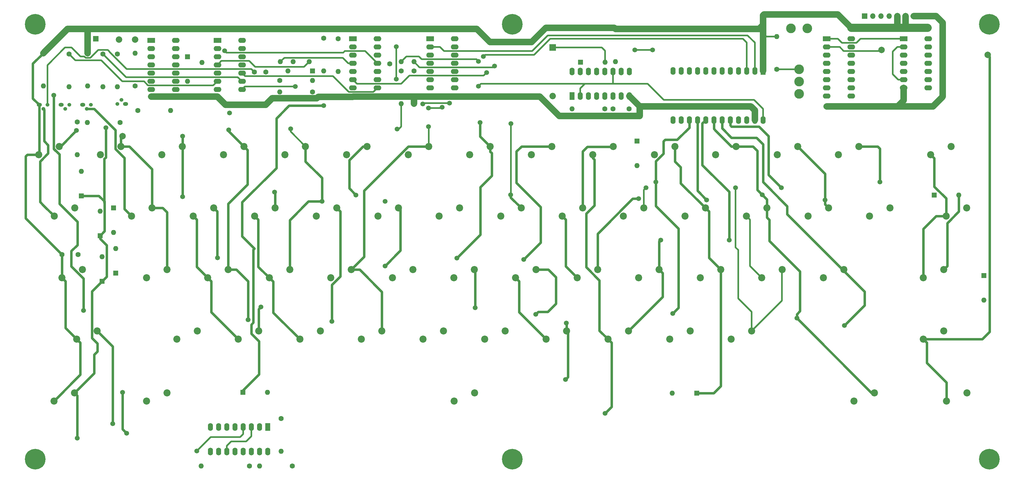
<source format=gbr>
%TF.GenerationSoftware,KiCad,Pcbnew,(5.1.10-1-10_14)*%
%TF.CreationDate,2022-01-29T17:57:15+11:00*%
%TF.ProjectId,ASCII keyboard,41534349-4920-46b6-9579-626f6172642e,rev?*%
%TF.SameCoordinates,Original*%
%TF.FileFunction,Copper,L1,Top*%
%TF.FilePolarity,Positive*%
%FSLAX46Y46*%
G04 Gerber Fmt 4.6, Leading zero omitted, Abs format (unit mm)*
G04 Created by KiCad (PCBNEW (5.1.10-1-10_14)) date 2022-01-29 17:57:15*
%MOMM*%
%LPD*%
G01*
G04 APERTURE LIST*
%TA.AperFunction,ComponentPad*%
%ADD10C,2.000000*%
%TD*%
%TA.AperFunction,ComponentPad*%
%ADD11O,1.600000X1.600000*%
%TD*%
%TA.AperFunction,ComponentPad*%
%ADD12C,1.600000*%
%TD*%
%TA.AperFunction,ComponentPad*%
%ADD13O,1.600000X2.400000*%
%TD*%
%TA.AperFunction,ComponentPad*%
%ADD14R,1.600000X2.400000*%
%TD*%
%TA.AperFunction,ComponentPad*%
%ADD15O,2.400000X1.600000*%
%TD*%
%TA.AperFunction,ComponentPad*%
%ADD16R,2.400000X1.600000*%
%TD*%
%TA.AperFunction,ComponentPad*%
%ADD17C,1.800000*%
%TD*%
%TA.AperFunction,ComponentPad*%
%ADD18R,1.800000X1.800000*%
%TD*%
%TA.AperFunction,ComponentPad*%
%ADD19O,1.200000X1.200000*%
%TD*%
%TA.AperFunction,ComponentPad*%
%ADD20O,1.600000X1.200000*%
%TD*%
%TA.AperFunction,ComponentPad*%
%ADD21R,1.600000X1.600000*%
%TD*%
%TA.AperFunction,ComponentPad*%
%ADD22C,2.200000*%
%TD*%
%TA.AperFunction,ComponentPad*%
%ADD23C,3.000000*%
%TD*%
%TA.AperFunction,ComponentPad*%
%ADD24O,1.700000X1.700000*%
%TD*%
%TA.AperFunction,ComponentPad*%
%ADD25R,1.700000X1.700000*%
%TD*%
%TA.AperFunction,ComponentPad*%
%ADD26C,0.800000*%
%TD*%
%TA.AperFunction,ComponentPad*%
%ADD27C,6.400000*%
%TD*%
%TA.AperFunction,ComponentPad*%
%ADD28O,2.000000X2.000000*%
%TD*%
%TA.AperFunction,ComponentPad*%
%ADD29R,2.000000X2.000000*%
%TD*%
%TA.AperFunction,ViaPad*%
%ADD30C,1.500000*%
%TD*%
%TA.AperFunction,ViaPad*%
%ADD31C,2.000000*%
%TD*%
%TA.AperFunction,Conductor*%
%ADD32C,0.750000*%
%TD*%
%TA.AperFunction,Conductor*%
%ADD33C,0.500000*%
%TD*%
%TA.AperFunction,Conductor*%
%ADD34C,2.000000*%
%TD*%
%TA.AperFunction,Conductor*%
%ADD35C,2.500000*%
%TD*%
G04 APERTURE END LIST*
D10*
%TO.P,C3,2*%
%TO.N,GND*%
X98000000Y-39750000D03*
%TO.P,C3,1*%
%TO.N,Net-(C3-Pad1)*%
X103000000Y-39750000D03*
%TD*%
D11*
%TO.P,R29,2*%
%TO.N,+5V*%
X148300000Y-167560000D03*
D12*
%TO.P,R29,1*%
%TO.N,Net-(R29-Pad1)*%
X148300000Y-157400000D03*
%TD*%
D13*
%TO.P,U9,16*%
%TO.N,+5V*%
X144145000Y-167640000D03*
%TO.P,U9,8*%
%TO.N,GND*%
X126365000Y-160020000D03*
%TO.P,U9,15*%
%TO.N,Net-(C5-Pad1)*%
X141605000Y-167640000D03*
%TO.P,U9,7*%
%TO.N,Net-(U9-Pad7)*%
X128905000Y-160020000D03*
%TO.P,U9,14*%
%TO.N,Net-(C5-Pad2)*%
X139065000Y-167640000D03*
%TO.P,U9,6*%
%TO.N,Net-(U9-Pad6)*%
X131445000Y-160020000D03*
%TO.P,U9,13*%
%TO.N,Net-(U9-Pad13)*%
X136525000Y-167640000D03*
%TO.P,U9,5*%
%TO.N,Net-(U9-Pad5)*%
X133985000Y-160020000D03*
%TO.P,U9,12*%
%TO.N,Net-(U9-Pad12)*%
X133985000Y-167640000D03*
%TO.P,U9,4*%
%TO.N,CAPS_LOCK_PULSE*%
X136525000Y-160020000D03*
%TO.P,U9,11*%
%TO.N,Net-(R29-Pad1)*%
X131445000Y-167640000D03*
%TO.P,U9,3*%
X139065000Y-160020000D03*
%TO.P,U9,10*%
%TO.N,GND*%
X128905000Y-167640000D03*
%TO.P,U9,2*%
%TO.N,CAPS_LOCK*%
X141605000Y-160020000D03*
%TO.P,U9,9*%
%TO.N,GND*%
X126365000Y-167640000D03*
D14*
%TO.P,U9,1*%
X144145000Y-160020000D03*
%TD*%
D15*
%TO.P,U2,16*%
%TO.N,+5V*%
X325120000Y-39500000D03*
%TO.P,U2,8*%
%TO.N,GND*%
X317500000Y-57280000D03*
%TO.P,U2,15*%
X325120000Y-42040000D03*
%TO.P,U2,7*%
%TO.N,Net-(U2-Pad7)*%
X317500000Y-54740000D03*
%TO.P,U2,14*%
%TO.N,PD*%
X325120000Y-44580000D03*
%TO.P,U2,6*%
%TO.N,Net-(U1-Pad22)*%
X317500000Y-52200000D03*
%TO.P,U2,13*%
%TO.N,PC*%
X325120000Y-47120000D03*
%TO.P,U2,5*%
%TO.N,Net-(U1-Pad21)*%
X317500000Y-49660000D03*
%TO.P,U2,12*%
%TO.N,PB*%
X325120000Y-49660000D03*
%TO.P,U2,4*%
%TO.N,Net-(U1-Pad2)*%
X317500000Y-47120000D03*
%TO.P,U2,11*%
%TO.N,PA*%
X325120000Y-52200000D03*
%TO.P,U2,3*%
%TO.N,Net-(U1-Pad3)*%
X317500000Y-44580000D03*
%TO.P,U2,10*%
%TO.N,Net-(U2-Pad10)*%
X325120000Y-54740000D03*
%TO.P,U2,2*%
%TO.N,~CLOCK*%
X317500000Y-42040000D03*
%TO.P,U2,9*%
%TO.N,Net-(U2-Pad9)*%
X325120000Y-57280000D03*
D16*
%TO.P,U2,1*%
%TO.N,SI*%
X317500000Y-39500000D03*
%TD*%
D13*
%TO.P,U3,16*%
%TO.N,+5V*%
X238500000Y-49630000D03*
%TO.P,U3,8*%
%TO.N,GND*%
X256280000Y-57250000D03*
%TO.P,U3,15*%
%TO.N,Net-(D11-Pad1)*%
X241040000Y-49630000D03*
%TO.P,U3,7*%
%TO.N,Net-(C1-Pad2)*%
X253740000Y-57250000D03*
%TO.P,U3,14*%
%TO.N,Net-(C2-Pad2)*%
X243580000Y-49630000D03*
%TO.P,U3,6*%
%TO.N,Net-(C1-Pad1)*%
X251200000Y-57250000D03*
%TO.P,U3,13*%
%TO.N,Net-(U3-Pad13)*%
X246120000Y-49630000D03*
%TO.P,U3,5*%
%TO.N,Net-(U3-Pad5)*%
X248660000Y-57250000D03*
%TO.P,U3,12*%
%TO.N,SI*%
X248660000Y-49630000D03*
%TO.P,U3,4*%
%TO.N,Net-(U3-Pad4)*%
X246120000Y-57250000D03*
%TO.P,U3,11*%
%TO.N,Net-(R4-Pad2)*%
X251200000Y-49630000D03*
%TO.P,U3,3*%
%TO.N,~CLR*%
X243580000Y-57250000D03*
%TO.P,U3,10*%
%TO.N,GND*%
X253740000Y-49630000D03*
%TO.P,U3,2*%
%TO.N,Net-(R4-Pad2)*%
X241040000Y-57250000D03*
%TO.P,U3,9*%
%TO.N,Net-(U3-Pad4)*%
X256280000Y-49630000D03*
D14*
%TO.P,U3,1*%
%TO.N,~CLR*%
X238500000Y-57250000D03*
%TD*%
D15*
%TO.P,U8,14*%
%TO.N,N/C*%
X115620000Y-40000000D03*
%TO.P,U8,7*%
%TO.N,+5V*%
X108000000Y-55240000D03*
%TO.P,U8,13*%
%TO.N,N/C*%
X115620000Y-42540000D03*
%TO.P,U8,6*%
%TO.N,Net-(C3-Pad1)*%
X108000000Y-52700000D03*
%TO.P,U8,12*%
%TO.N,N/C*%
X115620000Y-45080000D03*
%TO.P,U8,5*%
%TO.N,CAPS_LOCK_PULSE*%
X108000000Y-50160000D03*
%TO.P,U8,11*%
%TO.N,GND*%
X115620000Y-47620000D03*
%TO.P,U8,4*%
%TO.N,+5V*%
X108000000Y-47620000D03*
%TO.P,U8,10*%
X115620000Y-50160000D03*
%TO.P,U8,3*%
%TO.N,N/C*%
X108000000Y-45080000D03*
%TO.P,U8,9*%
%TO.N,Net-(D14-Pad2)*%
X115620000Y-52700000D03*
%TO.P,U8,2*%
%TO.N,N/C*%
X108000000Y-42540000D03*
%TO.P,U8,8*%
%TO.N,Net-(U8-Pad8)*%
X115620000Y-55240000D03*
D16*
%TO.P,U8,1*%
%TO.N,N/C*%
X108000000Y-40000000D03*
%TD*%
D15*
%TO.P,U5,14*%
%TO.N,+5V*%
X349000000Y-39500000D03*
%TO.P,U5,7*%
%TO.N,GND*%
X341380000Y-54740000D03*
%TO.P,U5,13*%
%TO.N,Net-(U2-Pad7)*%
X349000000Y-42040000D03*
%TO.P,U5,6*%
%TO.N,Net-(U5-Pad2)*%
X341380000Y-52200000D03*
%TO.P,U5,12*%
%TO.N,Net-(U2-Pad7)*%
X349000000Y-44580000D03*
%TO.P,U5,5*%
%TO.N,~FLAG_RESET*%
X341380000Y-49660000D03*
%TO.P,U5,11*%
%TO.N,~DATA*%
X349000000Y-47120000D03*
%TO.P,U5,4*%
%TO.N,Net-(U5-Pad10)*%
X341380000Y-47120000D03*
%TO.P,U5,10*%
X349000000Y-49660000D03*
%TO.P,U5,3*%
X341380000Y-44580000D03*
%TO.P,U5,9*%
X349000000Y-52200000D03*
%TO.P,U5,2*%
%TO.N,Net-(U5-Pad2)*%
X341380000Y-42040000D03*
%TO.P,U5,8*%
%TO.N,~FLAG*%
X349000000Y-54740000D03*
D16*
%TO.P,U5,1*%
%TO.N,SI*%
X341380000Y-39500000D03*
%TD*%
D15*
%TO.P,U7,14*%
%TO.N,+5V*%
X178120000Y-39500000D03*
%TO.P,U7,7*%
%TO.N,GND*%
X170500000Y-54740000D03*
%TO.P,U7,13*%
%TO.N,Net-(R22-Pad1)*%
X178120000Y-42040000D03*
%TO.P,U7,6*%
%TO.N,PB*%
X170500000Y-52200000D03*
%TO.P,U7,12*%
%TO.N,PD*%
X178120000Y-44580000D03*
%TO.P,U7,5*%
%TO.N,Net-(R21-Pad1)*%
X170500000Y-49660000D03*
%TO.P,U7,11*%
%TO.N,Net-(R14-Pad1)*%
X178120000Y-47120000D03*
%TO.P,U7,4*%
%TO.N,Net-(R12-Pad2)*%
X170500000Y-47120000D03*
%TO.P,U7,10*%
%TO.N,PD*%
X178120000Y-49660000D03*
%TO.P,U7,3*%
%TO.N,Net-(U6-Pad3)*%
X170500000Y-44580000D03*
%TO.P,U7,9*%
%TO.N,Net-(R22-Pad1)*%
X178120000Y-52200000D03*
%TO.P,U7,2*%
%TO.N,Net-(R11-Pad2)*%
X170500000Y-42040000D03*
%TO.P,U7,8*%
%TO.N,PC*%
X178120000Y-54740000D03*
D16*
%TO.P,U7,1*%
%TO.N,Net-(D14-Pad1)*%
X170500000Y-39500000D03*
%TD*%
D15*
%TO.P,U6,14*%
%TO.N,+5V*%
X202120000Y-39500000D03*
%TO.P,U6,7*%
%TO.N,GND*%
X194500000Y-54740000D03*
%TO.P,U6,13*%
%TO.N,Net-(U6-Pad13)*%
X202120000Y-42040000D03*
%TO.P,U6,6*%
%TO.N,Net-(U6-Pad12)*%
X194500000Y-52200000D03*
%TO.P,U6,12*%
X202120000Y-44580000D03*
%TO.P,U6,5*%
%TO.N,Net-(D14-Pad1)*%
X194500000Y-49660000D03*
%TO.P,U6,11*%
%TO.N,Net-(U4-Pad5)*%
X202120000Y-47120000D03*
%TO.P,U6,4*%
%TO.N,Net-(U6-Pad3)*%
X194500000Y-47120000D03*
%TO.P,U6,10*%
%TO.N,Net-(R11-Pad2)*%
X202120000Y-49660000D03*
%TO.P,U6,3*%
%TO.N,Net-(U6-Pad3)*%
X194500000Y-44580000D03*
%TO.P,U6,9*%
%TO.N,Net-(R12-Pad2)*%
X202120000Y-52200000D03*
%TO.P,U6,2*%
%TO.N,Net-(U1-Pad2)*%
X194500000Y-42040000D03*
%TO.P,U6,8*%
%TO.N,Net-(U6-Pad13)*%
X202120000Y-54740000D03*
D16*
%TO.P,U6,1*%
%TO.N,Net-(U1-Pad3)*%
X194500000Y-39500000D03*
%TD*%
D15*
%TO.P,U4,14*%
%TO.N,+5V*%
X136120000Y-40000000D03*
%TO.P,U4,7*%
%TO.N,GND*%
X128500000Y-55240000D03*
%TO.P,U4,13*%
%TO.N,N/C*%
X136120000Y-42540000D03*
%TO.P,U4,6*%
%TO.N,Net-(R14-Pad1)*%
X128500000Y-52700000D03*
%TO.P,U4,12*%
%TO.N,N/C*%
X136120000Y-45080000D03*
%TO.P,U4,5*%
%TO.N,Net-(U4-Pad5)*%
X128500000Y-50160000D03*
%TO.P,U4,11*%
%TO.N,N/C*%
X136120000Y-47620000D03*
%TO.P,U4,4*%
%TO.N,PB*%
X128500000Y-47620000D03*
%TO.P,U4,10*%
%TO.N,PC*%
X136120000Y-50160000D03*
%TO.P,U4,3*%
%TO.N,Net-(U1-Pad4)*%
X128500000Y-45080000D03*
%TO.P,U4,9*%
%TO.N,Net-(R19-Pad1)*%
X136120000Y-52700000D03*
%TO.P,U4,2*%
%TO.N,Net-(U1-Pad4)*%
X128500000Y-42540000D03*
%TO.P,U4,8*%
%TO.N,Net-(R11-Pad2)*%
X136120000Y-55240000D03*
D16*
%TO.P,U4,1*%
%TO.N,Net-(R4-Pad2)*%
X128500000Y-40000000D03*
%TD*%
D13*
%TO.P,U1,24*%
%TO.N,Net-(R4-Pad2)*%
X297750000Y-64740000D03*
%TO.P,U1,12*%
%TO.N,/H*%
X269810000Y-49500000D03*
%TO.P,U1,23*%
%TO.N,GND*%
X295210000Y-64740000D03*
%TO.P,U1,11*%
%TO.N,/G*%
X272350000Y-49500000D03*
%TO.P,U1,22*%
%TO.N,Net-(U1-Pad22)*%
X292670000Y-64740000D03*
%TO.P,U1,10*%
%TO.N,/F*%
X274890000Y-49500000D03*
%TO.P,U1,21*%
%TO.N,Net-(U1-Pad21)*%
X290130000Y-64740000D03*
%TO.P,U1,9*%
%TO.N,/E*%
X277430000Y-49500000D03*
%TO.P,U1,20*%
%TO.N,/Q*%
X287590000Y-64740000D03*
%TO.P,U1,8*%
%TO.N,/D*%
X279970000Y-49500000D03*
%TO.P,U1,19*%
%TO.N,/P*%
X285050000Y-64740000D03*
%TO.P,U1,7*%
%TO.N,/C*%
X282510000Y-49500000D03*
%TO.P,U1,18*%
%TO.N,/N*%
X282510000Y-64740000D03*
%TO.P,U1,6*%
%TO.N,/B*%
X285050000Y-49500000D03*
%TO.P,U1,17*%
%TO.N,/M*%
X279970000Y-64740000D03*
%TO.P,U1,5*%
%TO.N,/A*%
X287590000Y-49500000D03*
%TO.P,U1,16*%
%TO.N,/L*%
X277430000Y-64740000D03*
%TO.P,U1,4*%
%TO.N,Net-(U1-Pad4)*%
X290130000Y-49500000D03*
%TO.P,U1,15*%
%TO.N,/K*%
X274890000Y-64740000D03*
%TO.P,U1,3*%
%TO.N,Net-(U1-Pad3)*%
X292670000Y-49500000D03*
%TO.P,U1,14*%
%TO.N,/J*%
X272350000Y-64740000D03*
%TO.P,U1,2*%
%TO.N,Net-(U1-Pad2)*%
X295210000Y-49500000D03*
%TO.P,U1,13*%
%TO.N,/I*%
X269810000Y-64740000D03*
D14*
%TO.P,U1,1*%
%TO.N,+5V*%
X297750000Y-49500000D03*
%TD*%
D11*
%TO.P,R28,2*%
%TO.N,Net-(C5-Pad1)*%
X141605000Y-172085000D03*
D12*
%TO.P,R28,1*%
%TO.N,+5V*%
X151765000Y-172085000D03*
%TD*%
D11*
%TO.P,C5,2*%
%TO.N,Net-(C5-Pad2)*%
X123430000Y-172085000D03*
D12*
%TO.P,C5,1*%
%TO.N,Net-(C5-Pad1)*%
X138430000Y-172085000D03*
%TD*%
D17*
%TO.P,D13,2*%
%TO.N,+5V*%
X88210000Y-39500000D03*
D18*
%TO.P,D13,1*%
%TO.N,Net-(D13-Pad1)*%
X90750000Y-39500000D03*
%TD*%
D11*
%TO.P,R27,2*%
%TO.N,Net-(C3-Pad1)*%
X103000000Y-44000000D03*
D12*
%TO.P,R27,1*%
%TO.N,+5V*%
X103000000Y-54160000D03*
%TD*%
D11*
%TO.P,R26,2*%
%TO.N,Net-(D14-Pad2)*%
X114000000Y-61750000D03*
D12*
%TO.P,R26,1*%
%TO.N,Net-(Q4-Pad2)*%
X103840000Y-61750000D03*
%TD*%
D11*
%TO.P,R25,2*%
%TO.N,Net-(Q4-Pad3)*%
X97500000Y-54410000D03*
D12*
%TO.P,R25,1*%
%TO.N,Net-(D13-Pad1)*%
X97500000Y-44250000D03*
%TD*%
D19*
%TO.P,Q4,3*%
%TO.N,Net-(Q4-Pad3)*%
X97460000Y-59750000D03*
%TO.P,Q4,2*%
%TO.N,Net-(Q4-Pad2)*%
X98730000Y-58480000D03*
D20*
%TO.P,Q4,1*%
%TO.N,GND*%
X100000000Y-59750000D03*
%TD*%
D11*
%TO.P,D14,2*%
%TO.N,Net-(D14-Pad2)*%
X119250000Y-52750000D03*
D21*
%TO.P,D14,1*%
%TO.N,Net-(D14-Pad1)*%
X119250000Y-45130000D03*
%TD*%
D12*
%TO.P,C4,2*%
%TO.N,CAPS_LOCK*%
X85250000Y-106500000D03*
%TO.P,C4,1*%
%TO.N,+5V*%
X80250000Y-106500000D03*
%TD*%
D22*
%TO.P,SW37,2*%
%TO.N,/ROW_B*%
X297390000Y-113660000D03*
%TO.P,SW37,1*%
%TO.N,/Q*%
X303740000Y-111120000D03*
%TD*%
%TO.P,SW62,2*%
%TO.N,+5V*%
X354650000Y-151940000D03*
%TO.P,SW62,1*%
%TO.N,Net-(D3-Pad1)*%
X361000000Y-149400000D03*
%TD*%
%TO.P,SW1,2*%
%TO.N,+5V*%
X347490000Y-132760000D03*
%TO.P,SW1,1*%
%TO.N,Net-(D1-Pad1)*%
X353840000Y-130220000D03*
%TD*%
%TO.P,SW61,2*%
%TO.N,+5V*%
X80250000Y-113640000D03*
%TO.P,SW61,1*%
%TO.N,CAPS_LOCK*%
X86600000Y-111100000D03*
%TD*%
%TO.P,SW56,2*%
%TO.N,/ROW_C*%
X354590000Y-94560000D03*
%TO.P,SW56,1*%
%TO.N,Net-(D4-Pad2)*%
X360940000Y-92020000D03*
%TD*%
%TO.P,SW58,2*%
%TO.N,/ROW_C*%
X77890000Y-94560000D03*
%TO.P,SW58,1*%
%TO.N,Net-(D10-Pad2)*%
X84240000Y-92020000D03*
%TD*%
%TO.P,SW59,2*%
%TO.N,+5V*%
X106490000Y-151960000D03*
%TO.P,SW59,1*%
%TO.N,/N*%
X112840000Y-149420000D03*
%TD*%
%TO.P,SW2,2*%
%TO.N,+5V*%
X325990000Y-151960000D03*
%TO.P,SW2,1*%
%TO.N,/N*%
X332340000Y-149420000D03*
%TD*%
%TO.P,SW38,2*%
%TO.N,+5V*%
X77790000Y-151960000D03*
%TO.P,SW38,1*%
%TO.N,Net-(D3-Pad1)*%
X84140000Y-149420000D03*
%TD*%
%TO.P,SW55,2*%
%TO.N,/ROW_C*%
X347450000Y-113660000D03*
%TO.P,SW55,1*%
%TO.N,Net-(D3-Pad2)*%
X353800000Y-111120000D03*
%TD*%
%TO.P,SW57,2*%
%TO.N,/ROW_C*%
X349790000Y-75460000D03*
%TO.P,SW57,1*%
%TO.N,Net-(D5-Pad2)*%
X356140000Y-72920000D03*
%TD*%
%TO.P,SW53,2*%
%TO.N,/ROW_C*%
X211390000Y-132760000D03*
%TO.P,SW53,1*%
%TO.N,/P*%
X217740000Y-130220000D03*
%TD*%
%TO.P,SW19,2*%
%TO.N,/ROW_A*%
X268790000Y-132760000D03*
%TO.P,SW19,1*%
%TO.N,/P*%
X275140000Y-130220000D03*
%TD*%
%TO.P,SW51,2*%
%TO.N,/ROW_C*%
X259190000Y-113660000D03*
%TO.P,SW51,1*%
%TO.N,/M*%
X265540000Y-111120000D03*
%TD*%
%TO.P,SW48,2*%
%TO.N,/ROW_C*%
X235450000Y-94540000D03*
%TO.P,SW48,1*%
%TO.N,/J*%
X241800000Y-92000000D03*
%TD*%
D23*
%TO.P,SW60,5*%
%TO.N,N/C*%
X306460000Y-36300000D03*
%TO.P,SW60,4*%
X311540000Y-36300000D03*
%TO.P,SW60,3*%
%TO.N,Net-(R15-Pad1)*%
X309000000Y-49000000D03*
%TO.P,SW60,2*%
%TO.N,PA*%
X309000000Y-52810000D03*
%TO.P,SW60,1*%
%TO.N,GND*%
X309000000Y-56620000D03*
%TD*%
D24*
%TO.P,J1,8*%
%TO.N,GND*%
X347040000Y-32500000D03*
%TO.P,J1,7*%
X344500000Y-32500000D03*
%TO.P,J1,6*%
%TO.N,+5V*%
X341960000Y-32500000D03*
%TO.P,J1,5*%
X339420000Y-32500000D03*
%TO.P,J1,4*%
%TO.N,~DATA*%
X336880000Y-32500000D03*
%TO.P,J1,3*%
%TO.N,~CLOCK*%
X334340000Y-32500000D03*
%TO.P,J1,2*%
%TO.N,~FLAG*%
X331800000Y-32500000D03*
D25*
%TO.P,J1,1*%
%TO.N,~FLAG_RESET*%
X329260000Y-32500000D03*
%TD*%
D26*
%TO.P,H6,1*%
%TO.N,GND*%
X73697056Y-168302944D03*
X72000000Y-167600000D03*
X70302944Y-168302944D03*
X69600000Y-170000000D03*
X70302944Y-171697056D03*
X72000000Y-172400000D03*
X73697056Y-171697056D03*
X74400000Y-170000000D03*
D27*
X72000000Y-170000000D03*
%TD*%
D26*
%TO.P,H5,1*%
%TO.N,GND*%
X221697056Y-168302944D03*
X220000000Y-167600000D03*
X218302944Y-168302944D03*
X217600000Y-170000000D03*
X218302944Y-171697056D03*
X220000000Y-172400000D03*
X221697056Y-171697056D03*
X222400000Y-170000000D03*
D27*
X220000000Y-170000000D03*
%TD*%
D26*
%TO.P,H4,1*%
%TO.N,GND*%
X369697056Y-168302944D03*
X368000000Y-167600000D03*
X366302944Y-168302944D03*
X365600000Y-170000000D03*
X366302944Y-171697056D03*
X368000000Y-172400000D03*
X369697056Y-171697056D03*
X370400000Y-170000000D03*
D27*
X368000000Y-170000000D03*
%TD*%
D26*
%TO.P,H3,1*%
%TO.N,GND*%
X369697056Y-33302944D03*
X368000000Y-32600000D03*
X366302944Y-33302944D03*
X365600000Y-35000000D03*
X366302944Y-36697056D03*
X368000000Y-37400000D03*
X369697056Y-36697056D03*
X370400000Y-35000000D03*
D27*
X368000000Y-35000000D03*
%TD*%
D26*
%TO.P,H2,1*%
%TO.N,GND*%
X221697056Y-33302944D03*
X220000000Y-32600000D03*
X218302944Y-33302944D03*
X217600000Y-35000000D03*
X218302944Y-36697056D03*
X220000000Y-37400000D03*
X221697056Y-36697056D03*
X222400000Y-35000000D03*
D27*
X220000000Y-35000000D03*
%TD*%
D26*
%TO.P,H1,1*%
%TO.N,GND*%
X73697056Y-33302944D03*
X72000000Y-32600000D03*
X70302944Y-33302944D03*
X69600000Y-35000000D03*
X70302944Y-36697056D03*
X72000000Y-37400000D03*
X73697056Y-36697056D03*
X74400000Y-35000000D03*
D27*
X72000000Y-35000000D03*
%TD*%
D11*
%TO.P,R24,2*%
%TO.N,Net-(D3-Pad1)*%
X185500000Y-59660000D03*
D12*
%TO.P,R24,1*%
%TO.N,Net-(R22-Pad1)*%
X185500000Y-49500000D03*
%TD*%
D11*
%TO.P,R23,2*%
%TO.N,GND*%
X140000000Y-60000000D03*
D12*
%TO.P,R23,1*%
%TO.N,Net-(D12-Pad2)*%
X140000000Y-49840000D03*
%TD*%
D11*
%TO.P,R22,2*%
%TO.N,GND*%
X189500000Y-59660000D03*
D12*
%TO.P,R22,1*%
%TO.N,Net-(R22-Pad1)*%
X189500000Y-49500000D03*
%TD*%
D11*
%TO.P,R21,2*%
%TO.N,Net-(D12-Pad2)*%
X147840000Y-56000000D03*
D12*
%TO.P,R21,1*%
%TO.N,Net-(R21-Pad1)*%
X158000000Y-56000000D03*
%TD*%
D11*
%TO.P,R20,2*%
%TO.N,Net-(D12-Pad1)*%
X158000000Y-52500000D03*
D12*
%TO.P,R20,1*%
%TO.N,Net-(R19-Pad1)*%
X147840000Y-52500000D03*
%TD*%
D11*
%TO.P,R19,2*%
%TO.N,GND*%
X143500000Y-60000000D03*
D12*
%TO.P,R19,1*%
%TO.N,Net-(R19-Pad1)*%
X143500000Y-49840000D03*
%TD*%
D11*
%TO.P,R18,2*%
%TO.N,PB*%
X157000000Y-46660000D03*
D12*
%TO.P,R18,1*%
%TO.N,+5V*%
X157000000Y-36500000D03*
%TD*%
D11*
%TO.P,R17,2*%
%TO.N,PD*%
X185500000Y-46660000D03*
D12*
%TO.P,R17,1*%
%TO.N,+5V*%
X185500000Y-36500000D03*
%TD*%
D11*
%TO.P,R16,2*%
%TO.N,PC*%
X189500000Y-46660000D03*
D12*
%TO.P,R16,1*%
%TO.N,+5V*%
X189500000Y-36500000D03*
%TD*%
D11*
%TO.P,R15,2*%
%TO.N,+5V*%
X302000000Y-38840000D03*
D12*
%TO.P,R15,1*%
%TO.N,Net-(R15-Pad1)*%
X302000000Y-49000000D03*
%TD*%
D11*
%TO.P,R14,2*%
%TO.N,GND*%
X182000000Y-57500000D03*
D12*
%TO.P,R14,1*%
%TO.N,Net-(R14-Pad1)*%
X182000000Y-47340000D03*
%TD*%
D11*
%TO.P,R13,2*%
%TO.N,GND*%
X166000000Y-49660000D03*
D12*
%TO.P,R13,1*%
%TO.N,Net-(D14-Pad1)*%
X166000000Y-39500000D03*
%TD*%
D11*
%TO.P,R12,2*%
%TO.N,Net-(R12-Pad2)*%
X148000000Y-46660000D03*
D12*
%TO.P,R12,1*%
%TO.N,+5V*%
X148000000Y-36500000D03*
%TD*%
D11*
%TO.P,R11,2*%
%TO.N,Net-(R11-Pad2)*%
X152000000Y-46660000D03*
D12*
%TO.P,R11,1*%
%TO.N,+5V*%
X152000000Y-36500000D03*
%TD*%
D11*
%TO.P,D12,2*%
%TO.N,Net-(D12-Pad2)*%
X150380000Y-49500000D03*
D21*
%TO.P,D12,1*%
%TO.N,Net-(D12-Pad1)*%
X158000000Y-49500000D03*
%TD*%
D28*
%TO.P,C2,2*%
%TO.N,Net-(C2-Pad2)*%
X232500000Y-57250000D03*
D29*
%TO.P,C2,1*%
%TO.N,Net-(C2-Pad1)*%
X232500000Y-42250000D03*
%TD*%
D12*
%TO.P,C1,2*%
%TO.N,Net-(C1-Pad2)*%
X256250000Y-61250000D03*
%TO.P,C1,1*%
%TO.N,Net-(C1-Pad1)*%
X251250000Y-61250000D03*
%TD*%
D11*
%TO.P,R10,2*%
%TO.N,/ROW_B*%
X88250000Y-54160000D03*
D12*
%TO.P,R10,1*%
%TO.N,+5V*%
X88250000Y-44000000D03*
%TD*%
D11*
%TO.P,R9,2*%
%TO.N,/ROW_A*%
X85000000Y-75460000D03*
D12*
%TO.P,R9,1*%
%TO.N,+5V*%
X85000000Y-65300000D03*
%TD*%
D11*
%TO.P,R8,2*%
%TO.N,Net-(Q3-Pad3)*%
X93000000Y-54410000D03*
D12*
%TO.P,R8,1*%
%TO.N,Net-(R19-Pad1)*%
X93000000Y-44250000D03*
%TD*%
D11*
%TO.P,R7,2*%
%TO.N,Net-(Q2-Pad3)*%
X82500000Y-54410000D03*
D12*
%TO.P,R7,1*%
%TO.N,Net-(R14-Pad1)*%
X82500000Y-44250000D03*
%TD*%
D11*
%TO.P,R6,2*%
%TO.N,Net-(D1-Pad1)*%
X161500000Y-49500000D03*
D12*
%TO.P,R6,1*%
%TO.N,Net-(D14-Pad1)*%
X161500000Y-39340000D03*
%TD*%
D11*
%TO.P,R5,2*%
%TO.N,+5V*%
X88140000Y-65500000D03*
D12*
%TO.P,R5,1*%
%TO.N,~CLR*%
X98300000Y-65500000D03*
%TD*%
D11*
%TO.P,R4,2*%
%TO.N,Net-(R4-Pad2)*%
X123750000Y-46910000D03*
D12*
%TO.P,R4,1*%
%TO.N,+5V*%
X123750000Y-36750000D03*
%TD*%
D11*
%TO.P,R3,2*%
%TO.N,Net-(C2-Pad1)*%
X252000000Y-46660000D03*
D12*
%TO.P,R3,1*%
%TO.N,+5V*%
X252000000Y-36500000D03*
%TD*%
D11*
%TO.P,R2,2*%
%TO.N,+5V*%
X238500000Y-61250000D03*
D12*
%TO.P,R2,1*%
%TO.N,Net-(C1-Pad1)*%
X248660000Y-61250000D03*
%TD*%
D11*
%TO.P,R1,2*%
%TO.N,/ROW_C*%
X74500000Y-54160000D03*
D12*
%TO.P,R1,1*%
%TO.N,+5V*%
X74500000Y-44000000D03*
%TD*%
D19*
%TO.P,Q3,3*%
%TO.N,Net-(Q3-Pad3)*%
X89290000Y-60000000D03*
%TO.P,Q3,2*%
%TO.N,/ROW_B*%
X88020000Y-61270000D03*
D20*
%TO.P,Q3,1*%
%TO.N,+5V*%
X86750000Y-60000000D03*
%TD*%
D19*
%TO.P,Q2,3*%
%TO.N,Net-(Q2-Pad3)*%
X82540000Y-60000000D03*
%TO.P,Q2,2*%
%TO.N,/ROW_A*%
X81270000Y-61270000D03*
D20*
%TO.P,Q2,1*%
%TO.N,+5V*%
X80000000Y-60000000D03*
%TD*%
D11*
%TO.P,D11,2*%
%TO.N,Net-(C2-Pad1)*%
X248750000Y-46750000D03*
D21*
%TO.P,D11,1*%
%TO.N,Net-(D11-Pad1)*%
X241130000Y-46750000D03*
%TD*%
D22*
%TO.P,SW5,2*%
%TO.N,/ROW_A*%
X264090000Y-75460000D03*
%TO.P,SW5,1*%
%TO.N,/A*%
X270440000Y-72920000D03*
%TD*%
%TO.P,SW4,2*%
%TO.N,+5V*%
X84890000Y-132760000D03*
%TO.P,SW4,1*%
%TO.N,Net-(D1-Pad1)*%
X91240000Y-130220000D03*
%TD*%
%TO.P,SW25,2*%
%TO.N,/ROW_B*%
X125490000Y-113660000D03*
%TO.P,SW25,1*%
%TO.N,/D*%
X131840000Y-111120000D03*
%TD*%
%TO.P,SW35,2*%
%TO.N,/ROW_B*%
X292650000Y-94540000D03*
%TO.P,SW35,1*%
%TO.N,/N*%
X299000000Y-92000000D03*
%TD*%
%TO.P,SW3,2*%
%TO.N,+5V*%
X73090000Y-75460000D03*
%TO.P,SW3,1*%
%TO.N,/Q*%
X79440000Y-72920000D03*
%TD*%
%TO.P,SW22,2*%
%TO.N,/ROW_B*%
X273550000Y-94540000D03*
%TO.P,SW22,1*%
%TO.N,/A*%
X279900000Y-92000000D03*
%TD*%
%TO.P,SW54,2*%
%TO.N,/ROW_C*%
X254450000Y-94540000D03*
%TO.P,SW54,1*%
%TO.N,/Q*%
X260800000Y-92000000D03*
%TD*%
%TO.P,SW49,2*%
%TO.N,/ROW_C*%
X220990000Y-113660000D03*
%TO.P,SW49,1*%
%TO.N,/K*%
X227340000Y-111120000D03*
%TD*%
%TO.P,SW50,2*%
%TO.N,/ROW_C*%
X240090000Y-113660000D03*
%TO.P,SW50,1*%
%TO.N,/L*%
X246440000Y-111120000D03*
%TD*%
%TO.P,SW52,2*%
%TO.N,/ROW_C*%
X230490000Y-132760000D03*
%TO.P,SW52,1*%
%TO.N,/N*%
X236840000Y-130220000D03*
%TD*%
%TO.P,SW6,2*%
%TO.N,/ROW_A*%
X92190000Y-75460000D03*
%TO.P,SW6,1*%
%TO.N,/B*%
X98540000Y-72920000D03*
%TD*%
%TO.P,SW7,2*%
%TO.N,/ROW_A*%
X111290000Y-75460000D03*
%TO.P,SW7,1*%
%TO.N,/C*%
X117640000Y-72920000D03*
%TD*%
%TO.P,SW30,2*%
%TO.N,/ROW_B*%
X134990000Y-132760000D03*
%TO.P,SW30,1*%
%TO.N,/I*%
X141340000Y-130220000D03*
%TD*%
%TO.P,SW31,2*%
%TO.N,/ROW_B*%
X197290000Y-94560000D03*
%TO.P,SW31,1*%
%TO.N,/J*%
X203640000Y-92020000D03*
%TD*%
%TO.P,SW32,2*%
%TO.N,/ROW_B*%
X115890000Y-132760000D03*
%TO.P,SW32,1*%
%TO.N,/K*%
X122240000Y-130220000D03*
%TD*%
%TO.P,SW33,2*%
%TO.N,/ROW_B*%
X311750000Y-94540000D03*
%TO.P,SW33,1*%
%TO.N,/L*%
X318100000Y-92000000D03*
%TD*%
%TO.P,SW34,2*%
%TO.N,/ROW_B*%
X330850000Y-94560000D03*
%TO.P,SW34,1*%
%TO.N,/M*%
X337200000Y-92020000D03*
%TD*%
%TO.P,SW36,2*%
%TO.N,/ROW_B*%
X316490000Y-113660000D03*
%TO.P,SW36,1*%
%TO.N,/P*%
X322840000Y-111120000D03*
%TD*%
%TO.P,SW39,2*%
%TO.N,/ROW_C*%
X278290000Y-113660000D03*
%TO.P,SW39,1*%
%TO.N,/A*%
X284640000Y-111120000D03*
%TD*%
%TO.P,SW40,2*%
%TO.N,/ROW_C*%
X106490000Y-113660000D03*
%TO.P,SW40,1*%
%TO.N,/B*%
X112840000Y-111120000D03*
%TD*%
%TO.P,SW41,2*%
%TO.N,/ROW_C*%
X192290000Y-132760000D03*
%TO.P,SW41,1*%
%TO.N,/C*%
X198640000Y-130220000D03*
%TD*%
%TO.P,SW42,2*%
%TO.N,/ROW_C*%
X154090000Y-132760000D03*
%TO.P,SW42,1*%
%TO.N,/D*%
X160440000Y-130220000D03*
%TD*%
%TO.P,SW43,2*%
%TO.N,/ROW_C*%
X144590000Y-113660000D03*
%TO.P,SW43,1*%
%TO.N,/E*%
X150940000Y-111120000D03*
%TD*%
%TO.P,SW44,2*%
%TO.N,/ROW_C*%
X140090000Y-94560000D03*
%TO.P,SW44,1*%
%TO.N,/F*%
X146440000Y-92020000D03*
%TD*%
%TO.P,SW45,2*%
%TO.N,/ROW_C*%
X163690000Y-113660000D03*
%TO.P,SW45,1*%
%TO.N,/G*%
X170040000Y-111120000D03*
%TD*%
%TO.P,SW46,2*%
%TO.N,/ROW_C*%
X182790000Y-113660000D03*
%TO.P,SW46,1*%
%TO.N,/H*%
X189140000Y-111120000D03*
%TD*%
%TO.P,SW47,2*%
%TO.N,/ROW_C*%
X201890000Y-113660000D03*
%TO.P,SW47,1*%
%TO.N,/I*%
X208240000Y-111120000D03*
%TD*%
%TO.P,SW23,2*%
%TO.N,/ROW_B*%
X101890000Y-94560000D03*
%TO.P,SW23,1*%
%TO.N,/B*%
X108240000Y-92020000D03*
%TD*%
%TO.P,SW24,2*%
%TO.N,/ROW_B*%
X159190000Y-94560000D03*
%TO.P,SW24,1*%
%TO.N,/C*%
X165540000Y-92020000D03*
%TD*%
%TO.P,SW26,2*%
%TO.N,/ROW_B*%
X178290000Y-94560000D03*
%TO.P,SW26,1*%
%TO.N,/E*%
X184640000Y-92020000D03*
%TD*%
%TO.P,SW27,2*%
%TO.N,/ROW_B*%
X216390000Y-94560000D03*
%TO.P,SW27,1*%
%TO.N,/F*%
X222740000Y-92020000D03*
%TD*%
%TO.P,SW28,2*%
%TO.N,/ROW_B*%
X173190000Y-132760000D03*
%TO.P,SW28,1*%
%TO.N,/G*%
X179540000Y-130220000D03*
%TD*%
%TO.P,SW29,2*%
%TO.N,/ROW_B*%
X120990000Y-94560000D03*
%TO.P,SW29,1*%
%TO.N,/H*%
X127340000Y-92020000D03*
%TD*%
%TO.P,SW8,2*%
%TO.N,/ROW_A*%
X130390000Y-75460000D03*
%TO.P,SW8,1*%
%TO.N,/D*%
X136740000Y-72920000D03*
%TD*%
%TO.P,SW9,2*%
%TO.N,/ROW_A*%
X149490000Y-75460000D03*
%TO.P,SW9,1*%
%TO.N,/E*%
X155840000Y-72920000D03*
%TD*%
%TO.P,SW10,2*%
%TO.N,/ROW_A*%
X168590000Y-75460000D03*
%TO.P,SW10,1*%
%TO.N,/F*%
X174940000Y-72920000D03*
%TD*%
%TO.P,SW11,2*%
%TO.N,/ROW_A*%
X187690000Y-75460000D03*
%TO.P,SW11,1*%
%TO.N,/G*%
X194040000Y-72920000D03*
%TD*%
%TO.P,SW12,2*%
%TO.N,/ROW_A*%
X206790000Y-75460000D03*
%TO.P,SW12,1*%
%TO.N,/H*%
X213140000Y-72920000D03*
%TD*%
%TO.P,SW13,2*%
%TO.N,/ROW_A*%
X225890000Y-75460000D03*
%TO.P,SW13,1*%
%TO.N,/I*%
X232240000Y-72920000D03*
%TD*%
%TO.P,SW14,2*%
%TO.N,/ROW_A*%
X244990000Y-75460000D03*
%TO.P,SW14,1*%
%TO.N,/J*%
X251340000Y-72920000D03*
%TD*%
%TO.P,SW15,2*%
%TO.N,/ROW_A*%
X321190000Y-75460000D03*
%TO.P,SW15,1*%
%TO.N,/K*%
X327540000Y-72920000D03*
%TD*%
%TO.P,SW16,2*%
%TO.N,/ROW_A*%
X302190000Y-75460000D03*
%TO.P,SW16,1*%
%TO.N,/L*%
X308540000Y-72920000D03*
%TD*%
%TO.P,SW17,2*%
%TO.N,/ROW_A*%
X249690000Y-132760000D03*
%TO.P,SW17,1*%
%TO.N,/M*%
X256040000Y-130220000D03*
%TD*%
%TO.P,SW18,2*%
%TO.N,/ROW_A*%
X283090000Y-75460000D03*
%TO.P,SW18,1*%
%TO.N,/N*%
X289440000Y-72920000D03*
%TD*%
%TO.P,SW20,2*%
%TO.N,/ROW_A*%
X287890000Y-132760000D03*
%TO.P,SW20,1*%
%TO.N,/Q*%
X294240000Y-130220000D03*
%TD*%
%TO.P,SW21,2*%
%TO.N,/ROW_A*%
X201910000Y-151960000D03*
%TO.P,SW21,1*%
%TO.N,Net-(D1-Pad2)*%
X208260000Y-149420000D03*
%TD*%
D19*
%TO.P,Q1,3*%
%TO.N,Net-(D12-Pad2)*%
X75770000Y-60000000D03*
%TO.P,Q1,2*%
%TO.N,/ROW_C*%
X74500000Y-61270000D03*
D20*
%TO.P,Q1,1*%
%TO.N,+5V*%
X73230000Y-60000000D03*
%TD*%
D11*
%TO.P,D10,2*%
%TO.N,Net-(D10-Pad2)*%
X96250000Y-99620000D03*
D21*
%TO.P,D10,1*%
%TO.N,/H*%
X96250000Y-92000000D03*
%TD*%
D11*
%TO.P,D9,2*%
%TO.N,Net-(D5-Pad2)*%
X258700000Y-78900000D03*
D21*
%TO.P,D9,1*%
%TO.N,/I*%
X258700000Y-71280000D03*
%TD*%
D11*
%TO.P,D8,2*%
%TO.N,Net-(D4-Pad2)*%
X366250000Y-120620000D03*
D21*
%TO.P,D8,1*%
%TO.N,/K*%
X366250000Y-113000000D03*
%TD*%
D11*
%TO.P,D7,2*%
%TO.N,Net-(D3-Pad2)*%
X358500000Y-88000000D03*
D21*
%TO.P,D7,1*%
%TO.N,/N*%
X350880000Y-88000000D03*
%TD*%
D11*
%TO.P,D6,2*%
%TO.N,Net-(D10-Pad2)*%
X92100000Y-92980000D03*
D21*
%TO.P,D6,1*%
%TO.N,Net-(D3-Pad1)*%
X92100000Y-100600000D03*
%TD*%
D11*
%TO.P,D5,2*%
%TO.N,Net-(D5-Pad2)*%
X86250000Y-80630000D03*
D21*
%TO.P,D5,1*%
%TO.N,Net-(D3-Pad1)*%
X86250000Y-88250000D03*
%TD*%
D11*
%TO.P,D4,2*%
%TO.N,Net-(D4-Pad2)*%
X97000000Y-104630000D03*
D21*
%TO.P,D4,1*%
%TO.N,Net-(D3-Pad1)*%
X97000000Y-112250000D03*
%TD*%
D11*
%TO.P,D3,2*%
%TO.N,Net-(D3-Pad2)*%
X92750000Y-107130000D03*
D21*
%TO.P,D3,1*%
%TO.N,Net-(D3-Pad1)*%
X92750000Y-114750000D03*
%TD*%
D11*
%TO.P,D2,2*%
%TO.N,Net-(D1-Pad2)*%
X269630000Y-149500000D03*
D21*
%TO.P,D2,1*%
%TO.N,/A*%
X277250000Y-149500000D03*
%TD*%
D11*
%TO.P,D1,2*%
%TO.N,Net-(D1-Pad2)*%
X144000000Y-149250000D03*
D21*
%TO.P,D1,1*%
%TO.N,Net-(D1-Pad1)*%
X136380000Y-149250000D03*
%TD*%
D30*
%TO.N,Net-(D1-Pad1)*%
X96000000Y-159000000D03*
X161500000Y-60250000D03*
%TO.N,Net-(D3-Pad1)*%
X85000000Y-163500000D03*
X93875000Y-67125000D03*
X184250000Y-67500000D03*
D31*
%TO.N,+5V*%
X348880000Y-36120000D03*
X325120000Y-36120000D03*
X367500000Y-44500000D03*
D30*
X178000000Y-36500000D03*
X202000000Y-36500000D03*
X112000000Y-36500000D03*
X136500000Y-36500000D03*
X238130000Y-36120000D03*
%TO.N,Net-(U1-Pad4)*%
X263500000Y-43000000D03*
X258000000Y-43000000D03*
%TO.N,Net-(U1-Pad3)*%
X211000000Y-45000000D03*
%TO.N,/M*%
X287250000Y-102000000D03*
X266000000Y-102000000D03*
%TO.N,/P*%
X323000000Y-128500000D03*
%TO.N,/ROW_A*%
X248750000Y-155750000D03*
D31*
%TO.N,/B*%
X99050000Y-69750000D03*
D30*
%TO.N,/C*%
X117700000Y-88500000D03*
X117700000Y-69700000D03*
X164000000Y-127250000D03*
%TO.N,/D*%
X132000000Y-67750000D03*
X138000000Y-126750000D03*
%TO.N,/E*%
X180500000Y-110000000D03*
X180500000Y-90000000D03*
X161000000Y-90000000D03*
X151250000Y-67450010D03*
%TO.N,/F*%
X171500000Y-88000000D03*
X219519852Y-65799969D03*
X219500000Y-87924990D03*
X146265016Y-87075010D03*
%TO.N,/G*%
X194000000Y-66800034D03*
%TO.N,/H*%
X210000000Y-65500000D03*
X128500000Y-107500000D03*
X202817507Y-107567507D03*
%TO.N,/I*%
X142000000Y-122750000D03*
X208500000Y-123000000D03*
X223500000Y-108000000D03*
%TO.N,/K*%
X264500000Y-84000000D03*
X227250000Y-125000000D03*
X269750000Y-124750000D03*
X334000000Y-84000000D03*
%TO.N,/L*%
X317040000Y-89540000D03*
X259151464Y-89151464D03*
X280290000Y-89540000D03*
%TO.N,/N*%
X297540000Y-87960000D03*
X236500000Y-145250000D03*
X236750000Y-127750000D03*
X308250000Y-126250000D03*
%TO.N,/Q*%
X84750000Y-68000000D03*
X303500000Y-85750000D03*
X289250000Y-85750000D03*
X261500000Y-85750000D03*
%TO.N,Net-(R4-Pad2)*%
X132250000Y-62500000D03*
X209500010Y-54250000D03*
D31*
%TO.N,GND*%
X317500000Y-60500000D03*
X328500000Y-60500000D03*
D30*
X170500000Y-57500000D03*
X194500000Y-57500000D03*
X128500000Y-57500000D03*
X108000000Y-57500000D03*
X121250000Y-57500000D03*
%TO.N,Net-(R14-Pad1)*%
X130750000Y-43250000D03*
%TO.N,Net-(R11-Pad2)*%
X152687000Y-54313000D03*
X194000000Y-60999998D03*
X198250000Y-60750000D03*
%TO.N,Net-(R12-Pad2)*%
X192250000Y-59750000D03*
X200500000Y-59500000D03*
%TO.N,PC*%
X214500000Y-48000000D03*
%TO.N,PD*%
X209500000Y-46500000D03*
%TO.N,PB*%
X212000000Y-50000000D03*
%TO.N,Net-(R22-Pad1)*%
X184000000Y-42000000D03*
X184000000Y-52000000D03*
D31*
%TO.N,~CLOCK*%
X334500000Y-43000000D03*
D30*
%TO.N,CAPS_LOCK*%
X99060000Y-149225000D03*
X100330000Y-161925000D03*
%TO.N,CAPS_LOCK_PULSE*%
X77750000Y-57000000D03*
X86995000Y-123825000D03*
X122100000Y-167400000D03*
%TD*%
D32*
%TO.N,Net-(D1-Pad1)*%
X96000000Y-134980000D02*
X91240000Y-130220000D01*
X96000000Y-159000000D02*
X96000000Y-134980000D01*
X136200000Y-100800000D02*
X140000000Y-104600000D01*
X136200000Y-90200000D02*
X136200000Y-100800000D01*
X150750000Y-60250000D02*
X146794999Y-64205001D01*
X146794999Y-79605001D02*
X136200000Y-90200000D01*
X146794999Y-64205001D02*
X146794999Y-79605001D01*
X161500000Y-60250000D02*
X150750000Y-60250000D01*
X139664999Y-104935001D02*
X139664999Y-127535001D01*
X140000000Y-104600000D02*
X139664999Y-104935001D01*
X139664999Y-127535001D02*
X139000000Y-128200000D01*
X139000000Y-128200000D02*
X139000000Y-131000000D01*
X141375001Y-133375001D02*
X141375001Y-143624999D01*
X139000000Y-131000000D02*
X141375001Y-133375001D01*
X136380000Y-148620000D02*
X136380000Y-149250000D01*
X141375001Y-143624999D02*
X136380000Y-148620000D01*
%TO.N,Net-(D3-Pad2)*%
X354899999Y-96729003D02*
X358500000Y-93129002D01*
X354899999Y-110020001D02*
X354899999Y-96729003D01*
X358500000Y-93129002D02*
X358500000Y-88000000D01*
X353800000Y-111120000D02*
X354899999Y-110020001D01*
%TO.N,Net-(D3-Pad1)*%
X91275001Y-136536001D02*
X90289989Y-137521013D01*
X90289989Y-137521013D02*
X90289989Y-143270011D01*
X89564999Y-117935001D02*
X89564999Y-132353997D01*
X92750000Y-114750000D02*
X89564999Y-117935001D01*
X89564999Y-132353997D02*
X91275001Y-134063999D01*
X91275001Y-134063999D02*
X91275001Y-136536001D01*
X90289989Y-143270011D02*
X84140000Y-149420000D01*
X85000000Y-150280000D02*
X84140000Y-149420000D01*
X85000000Y-163500000D02*
X85000000Y-150280000D01*
X86250000Y-88250000D02*
X91750000Y-88250000D01*
X93475001Y-99224999D02*
X92100000Y-100600000D01*
X91750000Y-88250000D02*
X93475001Y-89975001D01*
X92100000Y-100600000D02*
X92100000Y-101600000D01*
X94125001Y-113374999D02*
X92750000Y-114750000D01*
X94125001Y-103625001D02*
X94125001Y-113374999D01*
X92100000Y-101600000D02*
X94125001Y-103625001D01*
X93424999Y-76763999D02*
X93424999Y-90424999D01*
X93875000Y-76313998D02*
X93424999Y-76763999D01*
X93875000Y-67125000D02*
X93875000Y-76313998D01*
X93475001Y-90475001D02*
X93475001Y-99224999D01*
X93424999Y-90424999D02*
X93475001Y-90475001D01*
X93475001Y-89975001D02*
X93475001Y-90475001D01*
D33*
X185500000Y-59660000D02*
X185500000Y-66750000D01*
X184750000Y-67500000D02*
X184250000Y-67500000D01*
X185500000Y-66750000D02*
X184750000Y-67500000D01*
D34*
%TO.N,+5V*%
X339420000Y-35820000D02*
X339120000Y-36120000D01*
X339420000Y-32500000D02*
X339420000Y-35820000D01*
D35*
X339120000Y-36120000D02*
X325120000Y-36120000D01*
D34*
X341960000Y-36040000D02*
X341880000Y-36120000D01*
X341960000Y-32500000D02*
X341960000Y-36040000D01*
D35*
X341880000Y-36120000D02*
X339120000Y-36120000D01*
X348880000Y-36120000D02*
X341880000Y-36120000D01*
D32*
X354650000Y-151940000D02*
X354650000Y-146150000D01*
X348589999Y-133859999D02*
X347490000Y-132760000D01*
X348589999Y-140089999D02*
X348589999Y-133859999D01*
X354650000Y-146150000D02*
X348589999Y-140089999D01*
X347525001Y-132724999D02*
X365775001Y-132724999D01*
X347490000Y-132760000D02*
X347525001Y-132724999D01*
X365775001Y-132724999D02*
X367500000Y-131000000D01*
X368075001Y-45075001D02*
X367500000Y-44500000D01*
X368075001Y-130424999D02*
X368075001Y-45075001D01*
X367500000Y-131000000D02*
X368075001Y-130424999D01*
X81349999Y-114739999D02*
X81349999Y-129219999D01*
X81349999Y-129219999D02*
X84890000Y-132760000D01*
X80250000Y-113640000D02*
X81349999Y-114739999D01*
X85989999Y-143760001D02*
X77790000Y-151960000D01*
X85989999Y-133859999D02*
X85989999Y-143760001D01*
X84890000Y-132760000D02*
X85989999Y-133859999D01*
D34*
X325120000Y-36120000D02*
X321000000Y-32000000D01*
X297750000Y-32250000D02*
X298000000Y-32000000D01*
X321000000Y-32000000D02*
X298000000Y-32000000D01*
D33*
X302000000Y-38840000D02*
X298840000Y-38840000D01*
X298840000Y-38840000D02*
X297750000Y-37750000D01*
D34*
X297750000Y-49500000D02*
X297750000Y-37750000D01*
X296500000Y-36500000D02*
X297750000Y-35250000D01*
X252000000Y-36500000D02*
X296500000Y-36500000D01*
X297750000Y-35250000D02*
X297750000Y-32250000D01*
X297750000Y-37750000D02*
X297750000Y-35250000D01*
X202000000Y-36500000D02*
X178000000Y-36500000D01*
X209000000Y-36500000D02*
X202000000Y-36500000D01*
X252000000Y-36500000D02*
X251620000Y-36120000D01*
X230380000Y-36120000D02*
X226000000Y-40500000D01*
X213000000Y-40500000D02*
X209000000Y-36500000D01*
X226000000Y-40500000D02*
X213000000Y-40500000D01*
X251620000Y-36120000D02*
X238130000Y-36120000D01*
X178000000Y-36500000D02*
X148000000Y-36500000D01*
X82000000Y-36500000D02*
X74500000Y-44000000D01*
X88250000Y-39460000D02*
X88210000Y-39500000D01*
X88250000Y-36500000D02*
X88250000Y-39460000D01*
X88250000Y-36500000D02*
X82000000Y-36500000D01*
X88250000Y-39540000D02*
X88210000Y-39500000D01*
X88250000Y-44000000D02*
X88250000Y-39540000D01*
X112000000Y-36500000D02*
X88250000Y-36500000D01*
D32*
X74500000Y-44000000D02*
X71250000Y-47250000D01*
X71250000Y-58020000D02*
X73230000Y-60000000D01*
X71250000Y-47250000D02*
X71250000Y-58020000D01*
X73230000Y-75320000D02*
X73090000Y-75460000D01*
X73230000Y-60000000D02*
X73230000Y-75320000D01*
X80250000Y-113640000D02*
X80250000Y-106500000D01*
X73090000Y-75460000D02*
X69540000Y-75460000D01*
X69540000Y-75460000D02*
X69000000Y-76000000D01*
X69000000Y-95250000D02*
X74500000Y-100750000D01*
X69000000Y-76000000D02*
X69000000Y-95250000D01*
X80250000Y-106500000D02*
X74500000Y-100750000D01*
D34*
X136500000Y-36500000D02*
X112000000Y-36500000D01*
X148000000Y-36500000D02*
X136500000Y-36500000D01*
X238130000Y-36120000D02*
X230380000Y-36120000D01*
D33*
%TO.N,Net-(U1-Pad4)*%
X263500000Y-43000000D02*
X258000000Y-43000000D01*
%TO.N,Net-(U1-Pad3)*%
X211500000Y-44500000D02*
X211000000Y-45000000D01*
X226750000Y-44500000D02*
X211500000Y-44500000D01*
X231750000Y-39500000D02*
X226750000Y-44500000D01*
X291500000Y-39500000D02*
X231750000Y-39500000D01*
X292670000Y-40670000D02*
X291500000Y-39500000D01*
X292670000Y-49500000D02*
X292670000Y-40670000D01*
%TO.N,Net-(U1-Pad2)*%
X293000000Y-38500000D02*
X295210000Y-40710000D01*
X231000000Y-38500000D02*
X293000000Y-38500000D01*
X295210000Y-40710000D02*
X295210000Y-49500000D01*
X226170001Y-43329999D02*
X231000000Y-38500000D01*
X197540000Y-42040000D02*
X198829999Y-43329999D01*
X198829999Y-43329999D02*
X226170001Y-43329999D01*
X194500000Y-42040000D02*
X197540000Y-42040000D01*
D32*
%TO.N,/ROW_C*%
X354590000Y-89074998D02*
X354590000Y-94560000D01*
X350889999Y-76559999D02*
X350889999Y-85374997D01*
X350889999Y-85374997D02*
X354590000Y-89074998D01*
X349790000Y-75460000D02*
X350889999Y-76559999D01*
X354590000Y-94560000D02*
X351440000Y-94560000D01*
X347450000Y-98550000D02*
X347450000Y-113660000D01*
X351440000Y-94560000D02*
X347450000Y-98550000D01*
X222089999Y-124359999D02*
X230490000Y-132760000D01*
X222089999Y-114759999D02*
X222089999Y-124359999D01*
X220990000Y-113660000D02*
X222089999Y-114759999D01*
X236549999Y-110119999D02*
X240090000Y-113660000D01*
X236549999Y-95639999D02*
X236549999Y-110119999D01*
X235450000Y-94540000D02*
X236549999Y-95639999D01*
X145824999Y-124494999D02*
X154090000Y-132760000D01*
X145824999Y-114894999D02*
X145824999Y-124494999D01*
X144590000Y-113660000D02*
X145824999Y-114894999D01*
X141189999Y-95659999D02*
X141189999Y-110259999D01*
X141189999Y-110259999D02*
X144590000Y-113660000D01*
X140090000Y-94560000D02*
X141189999Y-95659999D01*
X73500000Y-90170000D02*
X74540000Y-91210000D01*
X73500000Y-77588998D02*
X73500000Y-90170000D01*
X76000000Y-75088998D02*
X73500000Y-77588998D01*
X76000000Y-72500000D02*
X76000000Y-75088998D01*
X74500000Y-61270000D02*
X74765001Y-61535001D01*
X74765001Y-61535001D02*
X74765001Y-71265001D01*
X74540000Y-91210000D02*
X77890000Y-94560000D01*
X74765001Y-71265001D02*
X76000000Y-72500000D01*
%TO.N,/M*%
X287250000Y-87019002D02*
X287250000Y-102000000D01*
X278914999Y-78684001D02*
X287250000Y-87019002D01*
X278914999Y-65795001D02*
X278914999Y-78684001D01*
X279970000Y-64740000D02*
X278914999Y-65795001D01*
X265540000Y-102460000D02*
X266000000Y-102000000D01*
X265540000Y-111120000D02*
X265540000Y-102460000D01*
X266639999Y-119620001D02*
X256040000Y-130220000D01*
X266639999Y-112219999D02*
X266639999Y-119620001D01*
X265540000Y-111120000D02*
X266639999Y-112219999D01*
%TO.N,/P*%
X323000000Y-128500000D02*
X329250000Y-122250000D01*
X329250000Y-117960998D02*
X322840000Y-111550998D01*
X322840000Y-111550998D02*
X322840000Y-111120000D01*
X329250000Y-122250000D02*
X329250000Y-117960998D01*
X322410998Y-111120000D02*
X322840000Y-111120000D01*
X305250000Y-91500000D02*
X305250000Y-93959002D01*
X297750000Y-84000000D02*
X305250000Y-91500000D01*
X305250000Y-93959002D02*
X322410998Y-111120000D01*
X297750000Y-72250000D02*
X297750000Y-84000000D01*
X295750000Y-70250000D02*
X297750000Y-72250000D01*
X285050000Y-64740000D02*
X285050000Y-67300000D01*
X288000000Y-70250000D02*
X295750000Y-70250000D01*
X285050000Y-67300000D02*
X288000000Y-70250000D01*
%TO.N,/ROW_A*%
X246994999Y-114505001D02*
X246994999Y-130064999D01*
X247000000Y-114500000D02*
X246994999Y-114505001D01*
X242914999Y-110414999D02*
X247000000Y-114500000D01*
X245500000Y-77000000D02*
X245500000Y-91210002D01*
X246994999Y-130064999D02*
X249690000Y-132760000D01*
X242914999Y-93795003D02*
X242914999Y-110414999D01*
X244990000Y-76490000D02*
X245500000Y-77000000D01*
X245500000Y-91210002D02*
X242914999Y-93795003D01*
X244990000Y-75460000D02*
X244990000Y-76490000D01*
X250789999Y-133859999D02*
X249690000Y-132760000D01*
X250789999Y-153710001D02*
X250789999Y-133859999D01*
X248750000Y-155750000D02*
X250789999Y-153710001D01*
%TO.N,/A*%
X270440000Y-77569002D02*
X272250000Y-79379002D01*
X270440000Y-72920000D02*
X270440000Y-77569002D01*
X272250000Y-84350000D02*
X279900000Y-92000000D01*
X272250000Y-79379002D02*
X272250000Y-84350000D01*
X280999999Y-107479999D02*
X284640000Y-111120000D01*
X280999999Y-93099999D02*
X280999999Y-107479999D01*
X279900000Y-92000000D02*
X280999999Y-93099999D01*
X282500000Y-149500000D02*
X277250000Y-149500000D01*
X284675001Y-147324999D02*
X282500000Y-149500000D01*
X284675001Y-111155001D02*
X284675001Y-147324999D01*
X284640000Y-111120000D02*
X284675001Y-111155001D01*
%TO.N,/B*%
X98540000Y-70260000D02*
X99050000Y-69750000D01*
X98540000Y-72920000D02*
X98540000Y-70260000D01*
X98540000Y-72920000D02*
X101170000Y-72920000D01*
X108240000Y-79990000D02*
X108240000Y-92020000D01*
X101170000Y-72920000D02*
X108240000Y-79990000D01*
X112875001Y-111084999D02*
X112840000Y-111120000D01*
X112875001Y-93374999D02*
X112875001Y-111084999D01*
X111520002Y-92020000D02*
X112875001Y-93374999D01*
X108240000Y-92020000D02*
X111520002Y-92020000D01*
%TO.N,/C*%
X117700000Y-69700000D02*
X117700000Y-88500000D01*
X164000000Y-115888998D02*
X164000000Y-127250000D01*
X165540000Y-92020000D02*
X166639999Y-93119999D01*
X166639999Y-93119999D02*
X166639999Y-113248999D01*
X166639999Y-113248999D02*
X164000000Y-115888998D01*
%TO.N,/D*%
X132000000Y-68180000D02*
X136740000Y-72920000D01*
X132000000Y-67750000D02*
X132000000Y-68180000D01*
X131840000Y-111120000D02*
X134370000Y-111120000D01*
X138000000Y-114750000D02*
X138000000Y-126750000D01*
X134370000Y-111120000D02*
X138000000Y-114750000D01*
X131840000Y-90760000D02*
X131840000Y-95960000D01*
X131840000Y-95960000D02*
X131840000Y-111120000D01*
X137839999Y-84760001D02*
X131840000Y-90760000D01*
X137839999Y-74019999D02*
X137839999Y-84760001D01*
X136740000Y-72920000D02*
X137839999Y-74019999D01*
%TO.N,/E*%
X180500000Y-110000000D02*
X181249999Y-109250001D01*
X180540000Y-90040000D02*
X180500000Y-90000000D01*
X155840000Y-72920000D02*
X155840000Y-77220000D01*
X161000000Y-82729002D02*
X161000000Y-90000000D01*
X155840000Y-77569002D02*
X161000000Y-82729002D01*
X155840000Y-77220000D02*
X155840000Y-77569002D01*
X180500000Y-110000000D02*
X185250000Y-105250000D01*
X185250000Y-92630000D02*
X184640000Y-92020000D01*
X185250000Y-105250000D02*
X185250000Y-92630000D01*
X161000000Y-90000000D02*
X156750000Y-90000000D01*
X150940000Y-95810000D02*
X150940000Y-111120000D01*
X156750000Y-90000000D02*
X150940000Y-95810000D01*
D33*
X151250000Y-68330000D02*
X151250000Y-67450010D01*
X155840000Y-72920000D02*
X151250000Y-68330000D01*
D32*
%TO.N,/F*%
X173668998Y-72920000D02*
X169400000Y-77188998D01*
X174940000Y-72920000D02*
X173668998Y-72920000D01*
X169400000Y-85900000D02*
X171500000Y-88000000D01*
X169400000Y-77188998D02*
X169400000Y-85900000D01*
D33*
X219519852Y-87905138D02*
X219500000Y-87924990D01*
D32*
X219500000Y-88780000D02*
X219500000Y-87924990D01*
X222740000Y-92020000D02*
X219500000Y-88780000D01*
X219500000Y-88000000D02*
X219500000Y-87924990D01*
X219540000Y-88040000D02*
X219500000Y-88000000D01*
D33*
X219519852Y-65799969D02*
X219519852Y-87905138D01*
D32*
X146440000Y-87249994D02*
X146265016Y-87075010D01*
X146440000Y-92020000D02*
X146440000Y-87249994D01*
%TO.N,/G*%
X187750998Y-72920000D02*
X174000000Y-86670998D01*
X194040000Y-72920000D02*
X187750998Y-72920000D01*
X174000000Y-107160000D02*
X170040000Y-111120000D01*
X174000000Y-86670998D02*
X174000000Y-107160000D01*
X170040000Y-111120000D02*
X172620000Y-111120000D01*
X179540000Y-118040000D02*
X179540000Y-130220000D01*
X172620000Y-111120000D02*
X179540000Y-118040000D01*
D33*
X194040000Y-72920000D02*
X194040000Y-66840034D01*
X194040000Y-66840034D02*
X194000000Y-66800034D01*
D32*
%TO.N,/H*%
X210000000Y-69780000D02*
X213140000Y-72920000D01*
X210000000Y-65500000D02*
X210000000Y-69780000D01*
X128439999Y-93119999D02*
X128439999Y-107439999D01*
X128439999Y-107439999D02*
X128500000Y-107500000D01*
X127340000Y-92020000D02*
X128439999Y-93119999D01*
X210075001Y-85575001D02*
X213600000Y-82050002D01*
X213600000Y-75000000D02*
X213140000Y-74540000D01*
X202817507Y-107567507D02*
X210075001Y-100310013D01*
X213600000Y-82050002D02*
X213600000Y-75000000D01*
X213140000Y-74540000D02*
X213140000Y-72920000D01*
X210075001Y-100310013D02*
X210075001Y-85575001D01*
%TO.N,/I*%
X141340000Y-123410000D02*
X142000000Y-122750000D01*
X141340000Y-130220000D02*
X141340000Y-123410000D01*
X208500000Y-111380000D02*
X208240000Y-111120000D01*
X208500000Y-123000000D02*
X208500000Y-111380000D01*
X232240000Y-72920000D02*
X222830000Y-72920000D01*
X222830000Y-72920000D02*
X221250000Y-74500000D01*
X221250000Y-74500000D02*
X221250000Y-84250000D01*
X221250000Y-84250000D02*
X228750000Y-91750000D01*
X228750000Y-102750000D02*
X223500000Y-108000000D01*
X228750000Y-91750000D02*
X228750000Y-102750000D01*
%TO.N,/J*%
X251260000Y-73000000D02*
X251340000Y-72920000D01*
X243250000Y-73000000D02*
X251260000Y-73000000D01*
X241800000Y-74450000D02*
X243250000Y-73000000D01*
X241800000Y-92000000D02*
X241800000Y-74450000D01*
%TO.N,/K*%
X327500000Y-73380000D02*
X327040000Y-72920000D01*
X227999999Y-124250001D02*
X230999999Y-124250001D01*
X227250000Y-125000000D02*
X227999999Y-124250001D01*
X230999999Y-124250001D02*
X233500000Y-121750000D01*
X233500000Y-121750000D02*
X233500000Y-113500000D01*
X231120000Y-111120000D02*
X227340000Y-111120000D01*
X233500000Y-113500000D02*
X231120000Y-111120000D01*
X264500000Y-84000000D02*
X264500000Y-88750000D01*
X264500000Y-91409002D02*
X271500000Y-98409002D01*
X264500000Y-88750000D02*
X264500000Y-91409002D01*
X271500000Y-123000000D02*
X269750000Y-124750000D01*
X271500000Y-98409002D02*
X271500000Y-123000000D01*
X274890000Y-67110000D02*
X274890000Y-64740000D01*
X267364999Y-70864999D02*
X271135001Y-70864999D01*
X266864999Y-75164003D02*
X266864999Y-71364999D01*
X271135001Y-70864999D02*
X274890000Y-67110000D01*
X264500000Y-77529002D02*
X266864999Y-75164003D01*
X266864999Y-71364999D02*
X267364999Y-70864999D01*
X264500000Y-84000000D02*
X264500000Y-77529002D01*
X327540000Y-72920000D02*
X333330000Y-72920000D01*
X334000000Y-73590000D02*
X334000000Y-84000000D01*
X333330000Y-72920000D02*
X334000000Y-73590000D01*
%TO.N,/L*%
X277430000Y-86680000D02*
X280290000Y-89540000D01*
X277430000Y-64740000D02*
X277430000Y-86680000D01*
X317040000Y-81420000D02*
X317040000Y-82960000D01*
X308540000Y-72920000D02*
X317040000Y-81420000D01*
X317040000Y-82460000D02*
X317040000Y-82960000D01*
X317040000Y-82960000D02*
X317040000Y-89540000D01*
X317040000Y-90940000D02*
X318100000Y-92000000D01*
X317040000Y-89540000D02*
X317040000Y-90940000D01*
X246440000Y-111120000D02*
X246440000Y-100070998D01*
X246440000Y-100070998D02*
X257359534Y-89151464D01*
X257848536Y-89151464D02*
X259151464Y-89151464D01*
X257359534Y-89151464D02*
X257848536Y-89151464D01*
%TO.N,/N*%
X282510000Y-67470000D02*
X283145000Y-68105000D01*
X282510000Y-64740000D02*
X282510000Y-67470000D01*
X283145000Y-68105000D02*
X282895000Y-67855000D01*
X287960000Y-72920000D02*
X283520000Y-68480000D01*
X283520000Y-68480000D02*
X283145000Y-68105000D01*
X289440000Y-72920000D02*
X287960000Y-72920000D01*
X289440000Y-72920000D02*
X294620000Y-72920000D01*
X294620000Y-72920000D02*
X296000000Y-74300000D01*
X296000000Y-86420000D02*
X297540000Y-87960000D01*
X296000000Y-74300000D02*
X296000000Y-86420000D01*
X237249999Y-130629999D02*
X236840000Y-130220000D01*
X237249999Y-144500001D02*
X237249999Y-130629999D01*
X236500000Y-145250000D02*
X237249999Y-144500001D01*
X236840000Y-127840000D02*
X236750000Y-127750000D01*
X236840000Y-130220000D02*
X236840000Y-127840000D01*
X309250000Y-111750000D02*
X299750000Y-102250000D01*
X309250000Y-124000000D02*
X309250000Y-111750000D01*
X299750000Y-95750000D02*
X299000000Y-95000000D01*
X299750000Y-102250000D02*
X299750000Y-95750000D01*
X308250000Y-125000000D02*
X309250000Y-124000000D01*
X299000000Y-95000000D02*
X299000000Y-92000000D01*
X308250000Y-126250000D02*
X308250000Y-125000000D01*
X299000000Y-89420000D02*
X297540000Y-87960000D01*
X299000000Y-92000000D02*
X299000000Y-89420000D01*
X331420000Y-149420000D02*
X332340000Y-149420000D01*
X308250000Y-126250000D02*
X331420000Y-149420000D01*
%TO.N,/ROW_B*%
X122089999Y-110259999D02*
X125490000Y-113660000D01*
X122089999Y-95659999D02*
X122089999Y-110259999D01*
X120990000Y-94560000D02*
X122089999Y-95659999D01*
X126589999Y-124359999D02*
X134990000Y-132760000D01*
X126589999Y-114759999D02*
X126589999Y-124359999D01*
X125490000Y-113660000D02*
X126589999Y-114759999D01*
X88020000Y-61270000D02*
X90270000Y-61270000D01*
X96864999Y-73724001D02*
X99654999Y-76514001D01*
X96864999Y-67864999D02*
X96864999Y-73724001D01*
X99654999Y-92324999D02*
X101890000Y-94560000D01*
X99654999Y-76514001D02*
X99654999Y-92324999D01*
X90270000Y-61270000D02*
X96864999Y-67864999D01*
D33*
X293749999Y-110019999D02*
X297390000Y-113660000D01*
X293749999Y-95639999D02*
X293749999Y-110019999D01*
X292650000Y-94540000D02*
X293749999Y-95639999D01*
D32*
%TO.N,/Q*%
X79830000Y-72920000D02*
X84750000Y-68000000D01*
X79440000Y-72920000D02*
X79830000Y-72920000D01*
D33*
X303650001Y-111209999D02*
X303740000Y-111120000D01*
X303650001Y-120809999D02*
X303650001Y-111209999D01*
X294240000Y-130220000D02*
X303650001Y-120809999D01*
X294240000Y-130220000D02*
X294240000Y-124240000D01*
X290079999Y-120079999D02*
X290079999Y-105079999D01*
X294240000Y-124240000D02*
X290079999Y-120079999D01*
X290079999Y-105079999D02*
X289250000Y-104250000D01*
X289250000Y-104250000D02*
X289250000Y-85750000D01*
X260800000Y-86450000D02*
X261500000Y-85750000D01*
X260800000Y-92000000D02*
X260800000Y-86450000D01*
D32*
X288000000Y-66800000D02*
X294072620Y-66800000D01*
X287590000Y-66390000D02*
X288000000Y-66800000D01*
X287590000Y-64740000D02*
X287590000Y-66390000D01*
X299494999Y-81744999D02*
X303500000Y-85750000D01*
X299494999Y-69755001D02*
X299494999Y-81744999D01*
X299500000Y-69750000D02*
X299494999Y-69755001D01*
X296550000Y-66800000D02*
X299500000Y-69750000D01*
X294072620Y-66800000D02*
X296550000Y-66800000D01*
D33*
%TO.N,Net-(C2-Pad1)*%
X232500000Y-42250000D02*
X247750000Y-42250000D01*
X248750000Y-43250000D02*
X248750000Y-46750000D01*
X247750000Y-42250000D02*
X248750000Y-43250000D01*
%TO.N,Net-(R4-Pad2)*%
X242500000Y-53500000D02*
X241040000Y-54960000D01*
X241040000Y-54960000D02*
X241040000Y-57250000D01*
X295000000Y-58500000D02*
X267000000Y-58500000D01*
X297750000Y-61250000D02*
X295000000Y-58500000D01*
X267000000Y-58500000D02*
X262000000Y-53500000D01*
X297750000Y-64740000D02*
X297750000Y-61250000D01*
X251200000Y-53300000D02*
X251000000Y-53500000D01*
X251200000Y-49630000D02*
X251200000Y-53300000D01*
X262000000Y-53500000D02*
X251000000Y-53500000D01*
X251000000Y-53500000D02*
X243250000Y-53500000D01*
X243250000Y-53500000D02*
X242500000Y-53500000D01*
X243250000Y-53500000D02*
X210250009Y-53500001D01*
X210250009Y-53500001D02*
X209500010Y-54250000D01*
D34*
%TO.N,GND*%
X295210000Y-64740000D02*
X295210000Y-61710000D01*
X295210000Y-61710000D02*
X294000000Y-60500000D01*
X259530000Y-60500000D02*
X256280000Y-57250000D01*
X294000000Y-60500000D02*
X259530000Y-60500000D01*
X341380000Y-54740000D02*
X341380000Y-58620000D01*
X341380000Y-58620000D02*
X339500000Y-60500000D01*
X328500000Y-60500000D02*
X317500000Y-60500000D01*
X338500000Y-60500000D02*
X350500000Y-60500000D01*
X339500000Y-60500000D02*
X338500000Y-60500000D01*
X338500000Y-60500000D02*
X328500000Y-60500000D01*
X350500000Y-60500000D02*
X353500000Y-57500000D01*
X353500000Y-57500000D02*
X353500000Y-34500000D01*
X351500000Y-32500000D02*
X344500000Y-32500000D01*
X353500000Y-34500000D02*
X351500000Y-32500000D01*
X189500000Y-59660000D02*
X189500000Y-57500000D01*
X189500000Y-57500000D02*
X170500000Y-57500000D01*
X194500000Y-57500000D02*
X189500000Y-57500000D01*
X131000000Y-60000000D02*
X128500000Y-57500000D01*
X143500000Y-60000000D02*
X131000000Y-60000000D01*
X112500000Y-57500000D02*
X108000000Y-57500000D01*
X121250000Y-57500000D02*
X112500000Y-57500000D01*
X128500000Y-57500000D02*
X121250000Y-57500000D01*
X259530000Y-60500000D02*
X259530000Y-63470000D01*
X259530000Y-63470000D02*
X234523373Y-63470000D01*
X234523373Y-63470000D02*
X228553373Y-57500000D01*
X201000000Y-57500000D02*
X194500000Y-57500000D01*
X201000000Y-57500000D02*
X206250000Y-57500000D01*
X206250000Y-57500000D02*
X205500000Y-57500000D01*
X228553373Y-57500000D02*
X206250000Y-57500000D01*
X145499999Y-58000001D02*
X143500000Y-60000000D01*
X159363995Y-58000001D02*
X145499999Y-58000001D01*
X159813998Y-57549998D02*
X159363995Y-58000001D01*
X170450002Y-57549998D02*
X159813998Y-57549998D01*
X170500000Y-57500000D02*
X170450002Y-57549998D01*
D33*
%TO.N,Net-(D12-Pad2)*%
X100309997Y-48909999D02*
X95000000Y-43600002D01*
X139069999Y-48909999D02*
X100309997Y-48909999D01*
X140000000Y-49840000D02*
X139069999Y-48909999D01*
X95000000Y-43600002D02*
X95000000Y-43500000D01*
X94499999Y-42999999D02*
X91500001Y-42999999D01*
X95000000Y-43500000D02*
X94499999Y-42999999D01*
X87649387Y-45450010D02*
X87199377Y-45000000D01*
X89049990Y-45450010D02*
X87649387Y-45450010D01*
X91500001Y-42999999D02*
X89049990Y-45450010D01*
X87199377Y-45000000D02*
X86000000Y-45000000D01*
X86000000Y-45000000D02*
X83250000Y-42250000D01*
X83250000Y-42250000D02*
X81250000Y-42250000D01*
X75770000Y-47730000D02*
X75770000Y-60000000D01*
X81250000Y-42250000D02*
X75770000Y-47730000D01*
%TO.N,Net-(R14-Pad1)*%
X84450012Y-46200012D02*
X92450012Y-46200012D01*
X82500000Y-44250000D02*
X84450012Y-46200012D01*
X92450012Y-46200012D02*
X99000000Y-52750000D01*
X99000000Y-52750000D02*
X105750000Y-52750000D01*
X118649999Y-54000001D02*
X127199999Y-54000001D01*
X118639997Y-53989999D02*
X118649999Y-54000001D01*
X106989999Y-53989999D02*
X118639997Y-53989999D01*
X127199999Y-54000001D02*
X128500000Y-52700000D01*
X105750000Y-52750000D02*
X106989999Y-53989999D01*
X174329999Y-43329999D02*
X178120000Y-47120000D01*
X131290001Y-43790001D02*
X167539998Y-43790001D01*
X168000000Y-43329999D02*
X174329999Y-43329999D01*
X167539998Y-43790001D02*
X168000000Y-43329999D01*
X130750000Y-43250000D02*
X131290001Y-43790001D01*
%TO.N,Net-(R19-Pad1)*%
X100160001Y-51410001D02*
X134830001Y-51410001D01*
X134830001Y-51410001D02*
X136120000Y-52700000D01*
X93000000Y-44250000D02*
X100160001Y-51410001D01*
%TO.N,Net-(R11-Pad2)*%
X137047000Y-54313000D02*
X152687000Y-54313000D01*
X136120000Y-55240000D02*
X137047000Y-54313000D01*
X194000000Y-60999998D02*
X198000002Y-60999998D01*
X198000002Y-60999998D02*
X198250000Y-60750000D01*
%TO.N,Net-(R12-Pad2)*%
X170500000Y-47120000D02*
X169120000Y-47120000D01*
X149250001Y-45409999D02*
X148000000Y-46660000D01*
X167409999Y-45409999D02*
X149250001Y-45409999D01*
X169120000Y-47120000D02*
X167409999Y-45409999D01*
X192500000Y-59500000D02*
X200500000Y-59500000D01*
X192250000Y-59750000D02*
X192500000Y-59500000D01*
%TO.N,Net-(R15-Pad1)*%
X302000000Y-49000000D02*
X309000000Y-49000000D01*
%TO.N,PC*%
X191210001Y-48370001D02*
X189500000Y-46660000D01*
X214129999Y-48370001D02*
X191210001Y-48370001D01*
X214500000Y-48000000D02*
X214129999Y-48370001D01*
X176860000Y-56000000D02*
X178120000Y-54740000D01*
X164390001Y-51090001D02*
X169300000Y-56000000D01*
X137050001Y-51090001D02*
X164390001Y-51090001D01*
X169300000Y-56000000D02*
X176860000Y-56000000D01*
X136120000Y-50160000D02*
X137050001Y-51090001D01*
%TO.N,PD*%
X208869999Y-45869999D02*
X191869999Y-45869999D01*
X209500000Y-46500000D02*
X208869999Y-45869999D01*
X191869999Y-45869999D02*
X191000000Y-45000000D01*
X187160000Y-45000000D02*
X185500000Y-46660000D01*
X191000000Y-45000000D02*
X187160000Y-45000000D01*
%TO.N,PB*%
X211089999Y-50910001D02*
X188089999Y-50910001D01*
X212000000Y-50000000D02*
X211089999Y-50910001D01*
X171789999Y-53489999D02*
X170500000Y-52200000D01*
X185510001Y-53489999D02*
X171789999Y-53489999D01*
X188089999Y-50910001D02*
X185510001Y-53489999D01*
X157000000Y-46660000D02*
X155410000Y-48250000D01*
X155410000Y-48250000D02*
X140250000Y-48250000D01*
X129750001Y-46369999D02*
X128500000Y-47620000D01*
X138369999Y-46369999D02*
X129750001Y-46369999D01*
X140250000Y-48250000D02*
X138369999Y-46369999D01*
%TO.N,Net-(R22-Pad1)*%
X184000000Y-42000000D02*
X184000000Y-52000000D01*
%TO.N,~CLOCK*%
X317500000Y-42040000D02*
X321540000Y-42040000D01*
X334209999Y-43290001D02*
X334500000Y-43000000D01*
X322790001Y-43290001D02*
X334209999Y-43290001D01*
X321540000Y-42040000D02*
X322790001Y-43290001D01*
%TO.N,Net-(U5-Pad2)*%
X339700000Y-52200000D02*
X341380000Y-52200000D01*
X338000000Y-50500000D02*
X339700000Y-52200000D01*
X338000000Y-43500000D02*
X338000000Y-50500000D01*
X339460000Y-42040000D02*
X338000000Y-43500000D01*
X341380000Y-42040000D02*
X339460000Y-42040000D01*
%TO.N,SI*%
X341380000Y-39500000D02*
X328000000Y-39500000D01*
X326710001Y-40789999D02*
X322289999Y-40789999D01*
X328000000Y-39500000D02*
X326710001Y-40789999D01*
X321000000Y-39500000D02*
X317500000Y-39500000D01*
X322289999Y-40789999D02*
X321000000Y-39500000D01*
%TO.N,CAPS_LOCK*%
X85090000Y-106340000D02*
X85250000Y-106500000D01*
D32*
X99060000Y-160655000D02*
X100330000Y-161925000D01*
X99060000Y-149225000D02*
X99060000Y-160655000D01*
D33*
%TO.N,CAPS_LOCK_PULSE*%
X77750000Y-57000000D02*
X77750000Y-73500000D01*
X77750000Y-73500000D02*
X79500000Y-75250000D01*
X79500000Y-75250000D02*
X79500000Y-90250000D01*
D32*
X83185000Y-105410000D02*
X85090000Y-103505000D01*
X83185000Y-110164002D02*
X83185000Y-105410000D01*
X86995000Y-113974002D02*
X83185000Y-110164002D01*
X86995000Y-123825000D02*
X86995000Y-113974002D01*
X79475001Y-75434003D02*
X79475001Y-90704999D01*
X77750000Y-73709002D02*
X79475001Y-75434003D01*
X77750000Y-57000000D02*
X77750000Y-73709002D01*
X85090000Y-96319998D02*
X85090000Y-96520000D01*
X79475001Y-90704999D02*
X85090000Y-96319998D01*
X85090000Y-103505000D02*
X85090000Y-96520000D01*
D33*
X136525000Y-162175000D02*
X136525000Y-160020000D01*
X126400000Y-163100000D02*
X135600000Y-163100000D01*
X135600000Y-163100000D02*
X136525000Y-162175000D01*
X122100000Y-167400000D02*
X126400000Y-163100000D01*
%TO.N,Net-(R29-Pad1)*%
X131445000Y-167640000D02*
X131445000Y-165855000D01*
X131445000Y-165855000D02*
X132800000Y-164500000D01*
X132800000Y-164500000D02*
X137400000Y-164500000D01*
X139065000Y-162835000D02*
X139065000Y-160020000D01*
X137400000Y-164500000D02*
X139065000Y-162835000D01*
%TD*%
M02*

</source>
